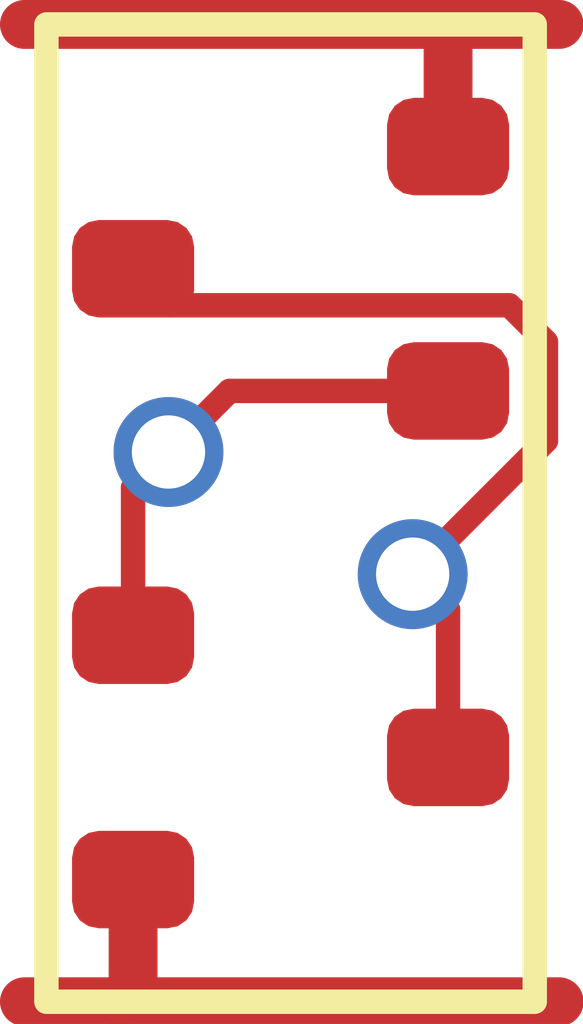
<source format=kicad_pcb>
(kicad_pcb (version 20241229) (generator "pcbnew") (generator_version "9.0")
  (layers (0 "F.Cu" signal) (2 "B.Cu" signal) (13 "F.Paste" user) (15 "B.Paste" user) (5 "F.SilkS" user "F.Silkscreen") (7 "B.SilkS" user "B.Silkscreen") (1 "F.Mask" user) (3 "B.Mask" user) (25 "Edge.Cuts" user))
  (net 0 "")
  (net 1 "Y")
  (net 2 "GND")
  (net 3 "A")
  (net 4 "VDD")
  (footprint "RV523:SOT523" (layer "F.Cu") (at 1 1 180)
    (property "Reference" "N1" (hide yes))
    (property "Value" "NMOS" (hide yes))
    (pad "1" smd roundrect (at -0.645 -0.5) (size 0.5 0.399) (layers "F.Cu" "F.Mask" "F.Paste") (roundrect_rratio 0.275) (net 3 "A"))
    (pad "2" smd roundrect (at -0.645 0.5) (size 0.5 0.399) (layers "F.Cu" "F.Mask" "F.Paste") (roundrect_rratio 0.275) (net 2 "GND"))
    (pad "3" smd roundrect (at 0.645 0) (size 0.5 0.399) (layers "F.Cu" "F.Mask" "F.Paste") (roundrect_rratio 0.275) (net 1 "Y"))
  )
  (footprint "RV523:SOT523" (layer "F.Cu") (at 1 3)
    (property "Reference" "P1" (hide yes))
    (property "Value" "PMOS" (hide yes))
    (pad "1" smd roundrect (at -0.645 -0.5 180) (size 0.5 0.399) (layers "F.Cu" "F.Mask" "F.Paste") (roundrect_rratio 0.275) (net 3 "A"))
    (pad "2" smd roundrect (at -0.645 0.5 180) (size 0.5 0.399) (layers "F.Cu" "F.Mask" "F.Paste") (roundrect_rratio 0.275) (net 4 "VDD"))
    (pad "3" smd roundrect (at 0.645 0 180) (size 0.5 0.399) (layers "F.Cu" "F.Mask" "F.Paste") (roundrect_rratio 0.275) (net 1 "Y"))
  )
  (gr_rect (start 0 0) (end 2 4) (stroke (width 0.1)) (fill no) (layer "F.SilkS"))
  (segment (start 0.5045 1.1495) (end 1.896312 1.1495) (width 0.1) (layer "F.Cu") (net 1))
  (segment (start 0.355 1) (end 0.5045 1.1495) (width 0.1) (layer "F.Cu") (net 1))
  (segment (start 1.645 3) (end 1.645 2.395) (width 0.1) (layer "F.Cu") (net 1))
  (segment (start 1.896312 1.1495) (end 2.046 1.299188) (width 0.1) (layer "F.Cu") (net 1))
  (segment (start 2.046 1.704) (end 1.5 2.25) (width 0.1) (layer "F.Cu") (net 1))
  (segment (start 1.645 2.395) (end 1.5 2.25) (width 0.1) (layer "F.Cu") (net 1))
  (segment (start 2.046 1.299188) (end 2.046 1.704) (width 0.1) (layer "F.Cu") (net 1))
  (via (at 1.5 2.25) (size 0.45) (drill 0.3) (layers "F.Cu" "B.Cu") (net 1))
  (segment (start -0.09 0) (end 1.6 0) (width 0.2) (layer "F.Cu") (net 2))
  (segment (start 1.645 0.045) (end 1.6 0) (width 0.2) (layer "F.Cu") (net 2))
  (segment (start 1.6 0) (end 2.1 0) (width 0.2) (layer "F.Cu") (net 2))
  (segment (start 1.645 0.5) (end 1.645 0.045) (width 0.2) (layer "F.Cu") (net 2))
  (segment (start 1.645 1.5) (end 0.75 1.5) (width 0.1) (layer "F.Cu") (net 3))
  (segment (start 0.355 1.895) (end 0.5 1.75) (width 0.1) (layer "F.Cu") (net 3))
  (segment (start 0.355 2.5) (end 0.355 1.895) (width 0.1) (layer "F.Cu") (net 3))
  (segment (start 0.75 1.5) (end 0.5 1.75) (width 0.1) (layer "F.Cu") (net 3))
  (via (at 0.5 1.75) (size 0.45) (drill 0.3) (layers "F.Cu" "B.Cu") (net 3))
  (segment (start 0.355 3.945) (end 0.3 4) (width 0.2) (layer "F.Cu") (net 4))
  (segment (start 0.3 4) (end 2.1 4) (width 0.2) (layer "F.Cu") (net 4))
  (segment (start 0.355 3.5) (end 0.355 3.945) (width 0.2) (layer "F.Cu") (net 4))
  (segment (start 0.3 4) (end -0.09 4) (width 0.2) (layer "F.Cu") (net 4))
)
</source>
